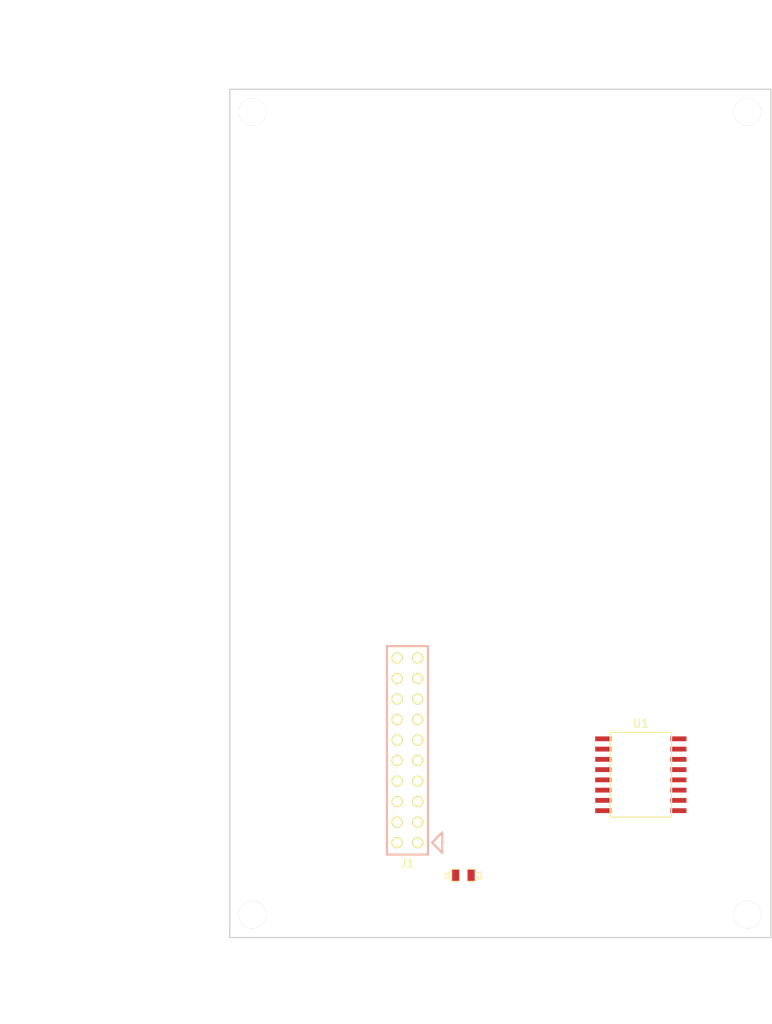
<source format=kicad_pcb>
(kicad_pcb (version 3) (host pcbnew "(2013-04-01 BZR 4058)-product")

  (general
    (links 7)
    (no_connects 7)
    (area 92.927143 32.91 188.296201 161.300001)
    (thickness 1.6)
    (drawings 31)
    (tracks 0)
    (zones 0)
    (modules 7)
    (nets 32)
  )

  (page A4)
  (title_block
    (title "CU-289 Project Box Template")
    (date "30 Apr 2014")
    (rev 01)
    (company "Transcriptic, Inc")
    (comment 1 "Eng: IMO")
  )

  (layers
    (15 F.Cu signal)
    (0 B.Cu signal)
    (17 F.Adhes user)
    (19 F.Paste user)
    (20 B.SilkS user)
    (21 F.SilkS user)
    (22 B.Mask user)
    (23 F.Mask user)
    (25 Cmts.User user)
    (28 Edge.Cuts user)
  )

  (setup
    (last_trace_width 0.1524)
    (user_trace_width 0.1524)
    (user_trace_width 0.31)
    (user_trace_width 0.762)
    (user_trace_width 1.27)
    (user_trace_width 2.54)
    (trace_clearance 0.1524)
    (zone_clearance 0.1524)
    (zone_45_only yes)
    (trace_min 0.1524)
    (segment_width 0.2)
    (edge_width 0.1)
    (via_size 0.635)
    (via_drill 0.381)
    (via_min_size 0.635)
    (via_min_drill 0.381)
    (user_via 0.635 0.381)
    (user_via 1.143 0.889)
    (uvia_size 0.508)
    (uvia_drill 0.127)
    (uvias_allowed no)
    (uvia_min_size 0.508)
    (uvia_min_drill 0.127)
    (pcb_text_width 0.3)
    (pcb_text_size 1.5 1.5)
    (mod_edge_width 0.15)
    (mod_text_size 1 1)
    (mod_text_width 0.15)
    (pad_size 1.5 1.5)
    (pad_drill 0.6)
    (pad_to_mask_clearance 0)
    (aux_axis_origin 121.22 148.6)
    (grid_origin 121.22 148.6)
    (visible_elements 7FFFFFFF)
    (pcbplotparams
      (layerselection 283148289)
      (usegerberextensions true)
      (excludeedgelayer false)
      (linewidth 0.150000)
      (plotframeref false)
      (viasonmask false)
      (mode 1)
      (useauxorigin true)
      (hpglpennumber 1)
      (hpglpenspeed 20)
      (hpglpendiameter 15)
      (hpglpenoverlay 2)
      (psnegative false)
      (psa4output false)
      (plotreference true)
      (plotvalue true)
      (plotothertext true)
      (plotinvisibletext false)
      (padsonsilk false)
      (subtractmaskfromsilk false)
      (outputformat 1)
      (mirror false)
      (drillshape 0)
      (scaleselection 1)
      (outputdirectory p1-EE-2-R01_gerbers/))
  )

  (net 0 "")
  (net 1 /GND1)
  (net 2 /VCC1)
  (net 3 "Net-(J1-Pad1)")
  (net 4 "Net-(J1-Pad10)")
  (net 5 "Net-(J1-Pad11)")
  (net 6 "Net-(J1-Pad12)")
  (net 7 "Net-(J1-Pad13)")
  (net 8 "Net-(J1-Pad14)")
  (net 9 "Net-(J1-Pad15)")
  (net 10 "Net-(J1-Pad16)")
  (net 11 "Net-(J1-Pad17)")
  (net 12 "Net-(J1-Pad18)")
  (net 13 "Net-(J1-Pad19)")
  (net 14 "Net-(J1-Pad2)")
  (net 15 "Net-(J1-Pad20)")
  (net 16 "Net-(J1-Pad3)")
  (net 17 "Net-(J1-Pad4)")
  (net 18 "Net-(J1-Pad5)")
  (net 19 "Net-(J1-Pad6)")
  (net 20 "Net-(J1-Pad7)")
  (net 21 "Net-(U1-Pad10)")
  (net 22 "Net-(U1-Pad11)")
  (net 23 "Net-(U1-Pad12)")
  (net 24 "Net-(U1-Pad13)")
  (net 25 "Net-(U1-Pad14)")
  (net 26 "Net-(U1-Pad15)")
  (net 27 "Net-(U1-Pad16)")
  (net 28 "Net-(U1-Pad6)")
  (net 29 "Net-(U1-Pad7)")
  (net 30 "Net-(U1-Pad8)")
  (net 31 "Net-(U1-Pad9)")

  (net_class Default "This is the default net class."
    (clearance 0.1524)
    (trace_width 0.1524)
    (via_dia 0.635)
    (via_drill 0.381)
    (uvia_dia 0.508)
    (uvia_drill 0.127)
    (add_net "")
    (add_net /GND1)
    (add_net /VCC1)
    (add_net "Net-(J1-Pad1)")
    (add_net "Net-(J1-Pad10)")
    (add_net "Net-(J1-Pad11)")
    (add_net "Net-(J1-Pad12)")
    (add_net "Net-(J1-Pad13)")
    (add_net "Net-(J1-Pad14)")
    (add_net "Net-(J1-Pad15)")
    (add_net "Net-(J1-Pad16)")
    (add_net "Net-(J1-Pad17)")
    (add_net "Net-(J1-Pad18)")
    (add_net "Net-(J1-Pad19)")
    (add_net "Net-(J1-Pad2)")
    (add_net "Net-(J1-Pad20)")
    (add_net "Net-(J1-Pad3)")
    (add_net "Net-(J1-Pad4)")
    (add_net "Net-(J1-Pad5)")
    (add_net "Net-(J1-Pad6)")
    (add_net "Net-(J1-Pad7)")
    (add_net "Net-(U1-Pad10)")
    (add_net "Net-(U1-Pad11)")
    (add_net "Net-(U1-Pad12)")
    (add_net "Net-(U1-Pad13)")
    (add_net "Net-(U1-Pad14)")
    (add_net "Net-(U1-Pad15)")
    (add_net "Net-(U1-Pad16)")
    (add_net "Net-(U1-Pad6)")
    (add_net "Net-(U1-Pad7)")
    (add_net "Net-(U1-Pad8)")
    (add_net "Net-(U1-Pad9)")
  )

  (module MOUNT_M3.5 locked (layer F.Cu) (tedit 52E2C162) (tstamp 52E08DA8)
    (at 185.3 46.42)
    (path /52DFD23A)
    (fp_text reference M101 (at 0 -2.25044) (layer F.SilkS) hide
      (effects (font (size 0.50038 0.50038) (thickness 0.12446)))
    )
    (fp_text value MNT1 (at -0.0508 5.30098) (layer F.SilkS) hide
      (effects (font (size 0.50038 0.50038) (thickness 0.12446)))
    )
    (pad ~ thru_hole circle (at 0 0) (size 3.40106 3.40106) (drill 3.40106) (layers *.Cu *.Mask F.SilkS)
      (solder_mask_margin 2.30124) (clearance 2.30124))
  )

  (module MOUNT_M3.5 locked (layer F.Cu) (tedit 526ABA44) (tstamp 52E08DA2)
    (at 124.03 145.78)
    (path /52DFD7D2)
    (fp_text reference M102 (at 0 -2.25044) (layer F.SilkS) hide
      (effects (font (size 0.50038 0.50038) (thickness 0.12446)))
    )
    (fp_text value MNT2 (at -0.0508 5.30098) (layer F.SilkS) hide
      (effects (font (size 0.50038 0.50038) (thickness 0.12446)))
    )
    (pad ~ thru_hole circle (at 0 0) (size 3.40106 3.40106) (drill 3.40106) (layers *.Cu *.Mask F.SilkS)
      (solder_mask_margin 2.30124) (clearance 2.30124))
  )

  (module MOUNT_M3.5 locked (layer F.Cu) (tedit 526ABA44) (tstamp 52E08D9C)
    (at 185.3 145.78)
    (path /52DFD7DD)
    (fp_text reference M103 (at 0 -2.25044) (layer F.SilkS) hide
      (effects (font (size 0.50038 0.50038) (thickness 0.12446)))
    )
    (fp_text value MNT3 (at -0.0508 5.30098) (layer F.SilkS) hide
      (effects (font (size 0.50038 0.50038) (thickness 0.12446)))
    )
    (pad ~ thru_hole circle (at 0 0) (size 3.40106 3.40106) (drill 3.40106) (layers *.Cu *.Mask F.SilkS)
      (solder_mask_margin 2.30124) (clearance 2.30124))
  )

  (module MOUNT_M3.5 (layer F.Cu) (tedit 52E2C149) (tstamp 52E08D96)
    (at 124.03 46.42)
    (path /52DFD7E8)
    (fp_text reference M104 (at 0 -2.25044) (layer F.SilkS) hide
      (effects (font (size 0.50038 0.50038) (thickness 0.12446)))
    )
    (fp_text value MNT4 (at -0.0508 5.30098) (layer F.SilkS) hide
      (effects (font (size 0.50038 0.50038) (thickness 0.12446)))
    )
    (pad ~ thru_hole circle (at 0 0) (size 3.40106 3.40106) (drill 3.40106) (layers *.Cu *.Mask F.SilkS)
      (solder_mask_margin 2.30124) (clearance 2.30124))
  )

  (module smd_transcriptic:SM0805_topbotrefs (layer F.Cu) (tedit 5282E693) (tstamp 54066648)
    (at 150.1506 140.9038)
    (path /5400AA65)
    (attr smd)
    (fp_text reference C1 (at -2 0 90) (layer F.SilkS)
      (effects (font (size 0.50038 0.50038) (thickness 0.12446)))
    )
    (fp_text value 0.1 (at 1.99898 0 90) (layer F.SilkS)
      (effects (font (size 0.50038 0.50038) (thickness 0.12446)))
    )
    (fp_line (start -0.508 0.762) (end -1.524 0.762) (layer F.SilkS) (width 0.127))
    (fp_line (start -1.524 0.762) (end -1.524 -0.762) (layer F.SilkS) (width 0.127))
    (fp_line (start -1.524 -0.762) (end -0.508 -0.762) (layer F.SilkS) (width 0.127))
    (fp_line (start 0.508 -0.762) (end 1.524 -0.762) (layer F.SilkS) (width 0.127))
    (fp_line (start 1.524 -0.762) (end 1.524 0.762) (layer F.SilkS) (width 0.127))
    (fp_line (start 1.524 0.762) (end 0.508 0.762) (layer F.SilkS) (width 0.127))
    (pad 1 smd rect (at -0.9525 0) (size 0.889 1.397) (layers F.Cu F.Paste F.Mask)
      (net 2 /VCC1))
    (pad 2 smd rect (at 0.9525 0) (size 0.889 1.397) (layers F.Cu F.Paste F.Mask)
      (net 1 /GND1))
    (model smd/chip_cms.wrl
      (at (xyz 0 0 0))
      (scale (xyz 0.1 0.1 0.1))
      (rotate (xyz 0 0 0))
    )
  )

  (module sullins_gosselin:2x10_female (layer F.Cu) (tedit 540665F6) (tstamp 5406666E)
    (at 143.2164 125.4352 180)
    (path /53FFD541)
    (fp_text reference J1 (at 0 -13.97 180) (layer F.SilkS)
      (effects (font (size 1 1) (thickness 0.15)))
    )
    (fp_text value CONN_AMANERO (at 0 13.97 180) (layer F.SilkS) hide
      (effects (font (size 1 1) (thickness 0.15)))
    )
    (fp_line (start -4.318 -12.7) (end -3.048 -11.43) (layer B.SilkS) (width 0.254))
    (fp_line (start -3.048 -11.43) (end -4.318 -10.16) (layer B.SilkS) (width 0.254))
    (fp_line (start -4.318 -10.16) (end -4.318 -12.7) (layer B.SilkS) (width 0.254))
    (fp_line (start 2.54 12.9) (end 2.54 -12.9) (layer F.SilkS) (width 0.254))
    (fp_line (start 2.54 -12.9) (end -2.54 -12.9) (layer F.SilkS) (width 0.254))
    (fp_line (start -2.54 -12.9) (end -2.54 12.9) (layer B.SilkS) (width 0.254))
    (fp_line (start -2.54 12.9) (end 2.54 12.9) (layer F.SilkS) (width 0.254))
    (fp_line (start -4.318 -10.16) (end -3.048 -11.43) (layer F.SilkS) (width 0.254))
    (fp_line (start -4.318 -10.16) (end -4.318 -12.7) (layer F.SilkS) (width 0.254))
    (fp_line (start -3.048 -11.43) (end -4.318 -12.7) (layer F.SilkS) (width 0.254))
    (fp_line (start -2.54 -12.9) (end -2.54 12.9) (layer F.SilkS) (width 0.254))
    (fp_line (start -2.54 12.9) (end 2.54 12.9) (layer B.SilkS) (width 0.254))
    (fp_line (start 2.54 12.9) (end 2.54 -12.9) (layer B.SilkS) (width 0.254))
    (fp_line (start 2.54 -12.9) (end -2.54 -12.9) (layer B.SilkS) (width 0.254))
    (pad 1 thru_hole circle (at -1.27 -11.43 180) (size 1.381 1.381) (drill 1) (layers *.Cu *.Mask F.SilkS)
      (net 3 "Net-(J1-Pad1)"))
    (pad 20 thru_hole circle (at 1.27 -11.43 180) (size 1.381 1.381) (drill 1) (layers *.Cu *.Mask F.SilkS)
      (net 15 "Net-(J1-Pad20)"))
    (pad 2 thru_hole circle (at -1.27 -8.89 180) (size 1.381 1.381) (drill 1) (layers *.Cu *.Mask F.SilkS)
      (net 14 "Net-(J1-Pad2)"))
    (pad 19 thru_hole circle (at 1.27 -8.89 180) (size 1.381 1.381) (drill 1) (layers *.Cu *.Mask F.SilkS)
      (net 13 "Net-(J1-Pad19)"))
    (pad 3 thru_hole circle (at -1.27 -6.35 180) (size 1.381 1.381) (drill 1) (layers *.Cu *.Mask F.SilkS)
      (net 16 "Net-(J1-Pad3)"))
    (pad 18 thru_hole circle (at 1.27 -6.35 180) (size 1.381 1.381) (drill 1) (layers *.Cu *.Mask F.SilkS)
      (net 12 "Net-(J1-Pad18)"))
    (pad 4 thru_hole circle (at -1.27 -3.81 180) (size 1.381 1.381) (drill 1) (layers *.Cu *.Mask F.SilkS)
      (net 17 "Net-(J1-Pad4)"))
    (pad 17 thru_hole circle (at 1.27 -3.81 180) (size 1.381 1.381) (drill 1) (layers *.Cu *.Mask F.SilkS)
      (net 11 "Net-(J1-Pad17)"))
    (pad 5 thru_hole circle (at -1.27 -1.27 180) (size 1.381 1.381) (drill 1) (layers *.Cu *.Mask F.SilkS)
      (net 18 "Net-(J1-Pad5)"))
    (pad 16 thru_hole circle (at 1.27 -1.27 180) (size 1.381 1.381) (drill 1) (layers *.Cu *.Mask F.SilkS)
      (net 10 "Net-(J1-Pad16)"))
    (pad 6 thru_hole circle (at -1.27 1.27 180) (size 1.381 1.381) (drill 1) (layers *.Cu *.Mask F.SilkS)
      (net 19 "Net-(J1-Pad6)"))
    (pad 15 thru_hole circle (at 1.27 1.27 180) (size 1.381 1.381) (drill 1) (layers *.Cu *.Mask F.SilkS)
      (net 9 "Net-(J1-Pad15)"))
    (pad 7 thru_hole circle (at -1.27 3.81 180) (size 1.381 1.381) (drill 1) (layers *.Cu *.Mask F.SilkS)
      (net 20 "Net-(J1-Pad7)"))
    (pad 14 thru_hole circle (at 1.27 3.81 180) (size 1.381 1.381) (drill 1) (layers *.Cu *.Mask F.SilkS)
      (net 8 "Net-(J1-Pad14)"))
    (pad 8 thru_hole circle (at -1.27 6.35 180) (size 1.381 1.381) (drill 1) (layers *.Cu *.Mask F.SilkS)
      (net 1 /GND1))
    (pad 13 thru_hole circle (at 1.27 6.35 180) (size 1.381 1.381) (drill 1) (layers *.Cu *.Mask F.SilkS)
      (net 7 "Net-(J1-Pad13)"))
    (pad 9 thru_hole circle (at -1.27 8.89 180) (size 1.381 1.381) (drill 1) (layers *.Cu *.Mask F.SilkS)
      (net 2 /VCC1))
    (pad 12 thru_hole circle (at 1.27 8.89 180) (size 1.381 1.381) (drill 1) (layers *.Cu *.Mask F.SilkS)
      (net 6 "Net-(J1-Pad12)"))
    (pad 10 thru_hole circle (at -1.27 11.43 180) (size 1.381 1.381) (drill 1) (layers *.Cu *.Mask F.SilkS)
      (net 4 "Net-(J1-Pad10)"))
    (pad 11 thru_hole circle (at 1.27 11.43 180) (size 1.381 1.381) (drill 1) (layers *.Cu *.Mask F.SilkS)
      (net 5 "Net-(J1-Pad11)"))
  )

  (module ti_gosselin:ISO7240 (layer F.Cu) (tedit 540665F6) (tstamp 54066686)
    (at 172.1216 128.4578)
    (path /5400A64A)
    (fp_text reference U1 (at 0 -6.35) (layer F.SilkS)
      (effects (font (size 1 1) (thickness 0.15)))
    )
    (fp_text value ISO7240 (at 0 3.81) (layer F.SilkS) hide
      (effects (font (size 1 1) (thickness 0.15)))
    )
    (fp_line (start -3.8 -5.25) (end 3.8 -5.25) (layer F.SilkS) (width 0.15))
    (fp_line (start 3.8 -5.25) (end 3.8 5.25) (layer F.SilkS) (width 0.15))
    (fp_line (start 3.8 5.25) (end -3.8 5.25) (layer F.SilkS) (width 0.15))
    (fp_line (start -3.8 5.25) (end -3.8 -5.25) (layer F.SilkS) (width 0.15))
    (pad 4 smd rect (at -4.65 -0.635) (size 2 0.6) (layers F.Cu F.Paste F.Mask)
      (net 16 "Net-(J1-Pad3)"))
    (pad 3 smd rect (at -4.65 -1.905) (size 2 0.6) (layers F.Cu F.Paste F.Mask)
      (net 17 "Net-(J1-Pad4)"))
    (pad 2 smd rect (at -4.65 -3.175) (size 2 0.6) (layers F.Cu F.Paste F.Mask)
      (net 1 /GND1))
    (pad 1 smd rect (at -4.65 -4.445) (size 2 0.6) (layers F.Cu F.Paste F.Mask)
      (net 2 /VCC1))
    (pad 5 smd rect (at -4.65 0.635) (size 2 0.6) (layers F.Cu F.Paste F.Mask)
      (net 14 "Net-(J1-Pad2)"))
    (pad 6 smd rect (at -4.65 1.905) (size 2 0.6) (layers F.Cu F.Paste F.Mask)
      (net 28 "Net-(U1-Pad6)"))
    (pad 7 smd rect (at -4.65 3.175) (size 2 0.6) (layers F.Cu F.Paste F.Mask)
      (net 29 "Net-(U1-Pad7)"))
    (pad 8 smd rect (at -4.65 4.445) (size 2 0.6) (layers F.Cu F.Paste F.Mask)
      (net 30 "Net-(U1-Pad8)"))
    (pad 9 smd rect (at 4.65 4.445) (size 2 0.6) (layers F.Cu F.Paste F.Mask)
      (net 31 "Net-(U1-Pad9)"))
    (pad 10 smd rect (at 4.65 3.175) (size 2 0.6) (layers F.Cu F.Paste F.Mask)
      (net 21 "Net-(U1-Pad10)"))
    (pad 11 smd rect (at 4.65 1.905) (size 2 0.6) (layers F.Cu F.Paste F.Mask)
      (net 22 "Net-(U1-Pad11)"))
    (pad 12 smd rect (at 4.65 0.635) (size 2 0.6) (layers F.Cu F.Paste F.Mask)
      (net 23 "Net-(U1-Pad12)"))
    (pad 13 smd rect (at 4.65 -0.635) (size 2 0.6) (layers F.Cu F.Paste F.Mask)
      (net 24 "Net-(U1-Pad13)"))
    (pad 14 smd rect (at 4.65 -1.905) (size 2 0.6) (layers F.Cu F.Paste F.Mask)
      (net 25 "Net-(U1-Pad14)"))
    (pad 15 smd rect (at 4.65 -3.175) (size 2 0.6) (layers F.Cu F.Paste F.Mask)
      (net 26 "Net-(U1-Pad15)"))
    (pad 16 smd rect (at 4.65 -4.445) (size 2 0.6) (layers F.Cu F.Paste F.Mask)
      (net 27 "Net-(U1-Pad16)"))
  )

  (gr_line (start 188.22 148.61) (end 121.22 148.61) (angle 90) (layer Edge.Cuts) (width 0.1524))
  (gr_line (start 188.22 43.61) (end 188.22 148.61) (angle 90) (layer Edge.Cuts) (width 0.1524))
  (gr_line (start 121.22 148.61) (end 121.22 43.61) (angle 90) (layer Edge.Cuts) (width 0.1524))
  (dimension 67 (width 0.3) (layer Cmts.User) (tstamp 53613EBF)
    (gr_text "2.6378 in" (at 154.72 159.95) (layer Cmts.User) (tstamp 53613EC0)
      (effects (font (size 1.5 1.5) (thickness 0.3)))
    )
    (feature1 (pts (xy 188.22 148.6) (xy 188.22 161.3)))
    (feature2 (pts (xy 121.22 148.6) (xy 121.22 161.3)))
    (crossbar (pts (xy 121.22 158.6) (xy 188.22 158.6)))
    (arrow1a (pts (xy 188.22 158.6) (xy 187.093496 159.186421)))
    (arrow1b (pts (xy 188.22 158.6) (xy 187.093496 158.013579)))
    (arrow2a (pts (xy 121.22 158.6) (xy 122.346504 159.186421)))
    (arrow2b (pts (xy 121.22 158.6) (xy 122.346504 158.013579)))
  )
  (dimension 67 (width 0.3) (layer Cmts.User) (tstamp 53613EBD)
    (gr_text "67.000 mm" (at 154.72 157.03) (layer Cmts.User) (tstamp 53613EBE)
      (effects (font (size 1.5 1.5) (thickness 0.3)))
    )
    (feature1 (pts (xy 188.22 148.6) (xy 188.22 158.38)))
    (feature2 (pts (xy 121.22 148.6) (xy 121.22 158.38)))
    (crossbar (pts (xy 121.22 155.68) (xy 188.22 155.68)))
    (arrow1a (pts (xy 188.22 155.68) (xy 187.093496 156.266421)))
    (arrow1b (pts (xy 188.22 155.68) (xy 187.093496 155.093579)))
    (arrow2a (pts (xy 121.22 155.68) (xy 122.346504 156.266421)))
    (arrow2b (pts (xy 121.22 155.68) (xy 122.346504 155.093579)))
  )
  (gr_line (start 121.22 148.6) (end 112.22 157.6) (angle 90) (layer Cmts.User) (width 0.2) (tstamp 53613EB2))
  (gr_line (start 130.22 148.6) (end 129.22 147.6) (angle 90) (layer Cmts.User) (width 0.2) (tstamp 53613EB1))
  (gr_line (start 129.22 147.6) (end 129.22 149.6) (angle 90) (layer Cmts.User) (width 0.2) (tstamp 53613EB0))
  (gr_line (start 129.22 149.6) (end 130.22 148.6) (angle 90) (layer Cmts.User) (width 0.2) (tstamp 53613EAF))
  (gr_line (start 121.22 139.6) (end 120.22 140.6) (angle 90) (layer Cmts.User) (width 0.2) (tstamp 53613EAE))
  (gr_line (start 120.22 140.6) (end 122.22 140.6) (angle 90) (layer Cmts.User) (width 0.2) (tstamp 53613EAD))
  (gr_line (start 122.22 140.6) (end 121.22 139.6) (angle 90) (layer Cmts.User) (width 0.2) (tstamp 53613EAC))
  (gr_text Y (at 119.22 140.6) (layer Cmts.User) (tstamp 53613EAB)
    (effects (font (size 1.5 1.5) (thickness 0.3)))
  )
  (gr_text X (at 129.22 150.6) (layer Cmts.User) (tstamp 53613EAA)
    (effects (font (size 1.5 1.5) (thickness 0.3)))
  )
  (gr_text X (at 129.22 150.6) (layer Cmts.User)
    (effects (font (size 1.5 1.5) (thickness 0.3)))
  )
  (gr_text Y (at 119.22 140.6) (layer Cmts.User)
    (effects (font (size 1.5 1.5) (thickness 0.3)))
  )
  (gr_line (start 122.22 140.6) (end 121.22 139.6) (angle 90) (layer Cmts.User) (width 0.2))
  (gr_line (start 120.22 140.6) (end 122.22 140.6) (angle 90) (layer Cmts.User) (width 0.2))
  (gr_line (start 121.22 139.6) (end 120.22 140.6) (angle 90) (layer Cmts.User) (width 0.2))
  (gr_line (start 129.22 149.6) (end 130.22 148.6) (angle 90) (layer Cmts.User) (width 0.2))
  (gr_line (start 129.22 147.6) (end 129.22 149.6) (angle 90) (layer Cmts.User) (width 0.2))
  (gr_line (start 130.22 148.6) (end 129.22 147.6) (angle 90) (layer Cmts.User) (width 0.2))
  (gr_text "Board Origin" (at 100.22 157.6) (layer Cmts.User)
    (effects (font (size 1.5 1.5) (thickness 0.3)))
  )
  (gr_line (start 112.22 157.6) (end 108.22 157.6) (angle 90) (layer Cmts.User) (width 0.2))
  (gr_line (start 121.22 148.6) (end 112.22 157.6) (angle 90) (layer Cmts.User) (width 0.2))
  (dimension 61.27 (width 0.3) (layer Cmts.User)
    (gr_text "61.270 mm" (at 154.665 34.41) (layer Cmts.User)
      (effects (font (size 1.5 1.5) (thickness 0.3)))
    )
    (feature1 (pts (xy 185.3 46.42) (xy 185.3 33.06)))
    (feature2 (pts (xy 124.03 46.42) (xy 124.03 33.06)))
    (crossbar (pts (xy 124.03 35.76) (xy 185.3 35.76)))
    (arrow1a (pts (xy 185.3 35.76) (xy 184.173496 36.346421)))
    (arrow1b (pts (xy 185.3 35.76) (xy 184.173496 35.173579)))
    (arrow2a (pts (xy 124.03 35.76) (xy 125.156504 36.346421)))
    (arrow2b (pts (xy 124.03 35.76) (xy 125.156504 35.173579)))
  )
  (dimension 104.99 (width 0.3) (layer Cmts.User)
    (gr_text "104.990 mm" (at 109.37 96.105 270) (layer Cmts.User)
      (effects (font (size 1.5 1.5) (thickness 0.3)))
    )
    (feature1 (pts (xy 121.22 148.6) (xy 108.02 148.6)))
    (feature2 (pts (xy 121.22 43.61) (xy 108.02 43.61)))
    (crossbar (pts (xy 110.72 43.61) (xy 110.72 148.6)))
    (arrow1a (pts (xy 110.72 148.6) (xy 110.133579 147.473496)))
    (arrow1b (pts (xy 110.72 148.6) (xy 111.306421 147.473496)))
    (arrow2a (pts (xy 110.72 43.61) (xy 110.133579 44.736504)))
    (arrow2b (pts (xy 110.72 43.61) (xy 111.306421 44.736504)))
  )
  (dimension 67 (width 0.3) (layer Cmts.User)
    (gr_text "67.000 mm" (at 154.72 157.03) (layer Cmts.User)
      (effects (font (size 1.5 1.5) (thickness 0.3)))
    )
    (feature1 (pts (xy 188.22 148.6) (xy 188.22 158.38)))
    (feature2 (pts (xy 121.22 148.6) (xy 121.22 158.38)))
    (crossbar (pts (xy 121.22 155.68) (xy 188.22 155.68)))
    (arrow1a (pts (xy 188.22 155.68) (xy 187.093496 156.266421)))
    (arrow1b (pts (xy 188.22 155.68) (xy 187.093496 155.093579)))
    (arrow2a (pts (xy 121.22 155.68) (xy 122.346504 156.266421)))
    (arrow2b (pts (xy 121.22 155.68) (xy 122.346504 155.093579)))
  )
  (dimension 67 (width 0.3) (layer Cmts.User)
    (gr_text "2.6378 in" (at 154.72 159.95) (layer Cmts.User)
      (effects (font (size 1.5 1.5) (thickness 0.3)))
    )
    (feature1 (pts (xy 188.22 148.6) (xy 188.22 161.3)))
    (feature2 (pts (xy 121.22 148.6) (xy 121.22 161.3)))
    (crossbar (pts (xy 121.22 158.6) (xy 188.22 158.6)))
    (arrow1a (pts (xy 188.22 158.6) (xy 187.093496 159.186421)))
    (arrow1b (pts (xy 188.22 158.6) (xy 187.093496 158.013579)))
    (arrow2a (pts (xy 121.22 158.6) (xy 122.346504 159.186421)))
    (arrow2b (pts (xy 121.22 158.6) (xy 122.346504 158.013579)))
  )
  (dimension 104.99 (width 0.3) (layer Cmts.User)
    (gr_text "4.1335 in" (at 105.77 96.105 270) (layer Cmts.User)
      (effects (font (size 1.5 1.5) (thickness 0.3)))
    )
    (feature1 (pts (xy 121.22 148.6) (xy 104.42 148.6)))
    (feature2 (pts (xy 121.22 43.61) (xy 104.42 43.61)))
    (crossbar (pts (xy 107.12 43.61) (xy 107.12 148.6)))
    (arrow1a (pts (xy 107.12 148.6) (xy 106.533579 147.473496)))
    (arrow1b (pts (xy 107.12 148.6) (xy 107.706421 147.473496)))
    (arrow2a (pts (xy 107.12 43.61) (xy 106.533579 44.736504)))
    (arrow2b (pts (xy 107.12 43.61) (xy 107.706421 44.736504)))
  )
  (gr_line (start 121.22 43.61) (end 188.22 43.61) (angle 90) (layer Edge.Cuts) (width 0.1524))

)

</source>
